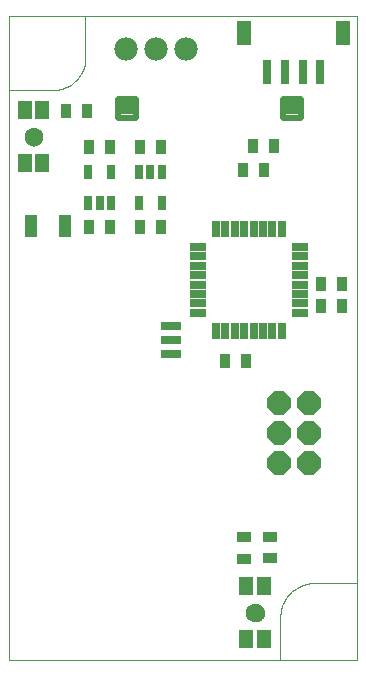
<source format=gts>
G75*
G70*
%OFA0B0*%
%FSLAX24Y24*%
%IPPOS*%
%LPD*%
%AMOC8*
5,1,8,0,0,1.08239X$1,22.5*
%
%ADD10C,0.0000*%
%ADD11R,0.0540X0.0260*%
%ADD12R,0.0260X0.0540*%
%ADD13R,0.0709X0.0316*%
%ADD14R,0.0355X0.0512*%
%ADD15R,0.0257X0.0512*%
%ADD16R,0.0434X0.0749*%
%ADD17OC8,0.0780*%
%ADD18R,0.0512X0.0355*%
%ADD19C,0.0207*%
%ADD20R,0.0473X0.0631*%
%ADD21C,0.0631*%
%ADD22C,0.0780*%
%ADD23R,0.0316X0.0827*%
%ADD24R,0.0473X0.0788*%
D10*
X000373Y000131D02*
X000373Y019127D01*
X001840Y019127D01*
X001903Y019129D01*
X001967Y019134D01*
X002030Y019144D01*
X002092Y019156D01*
X002153Y019173D01*
X002213Y019193D01*
X002273Y019216D01*
X002330Y019243D01*
X002386Y019273D01*
X002440Y019307D01*
X002492Y019343D01*
X002542Y019382D01*
X002589Y019425D01*
X002634Y019470D01*
X002677Y019517D01*
X002716Y019567D01*
X002752Y019619D01*
X002786Y019673D01*
X002816Y019729D01*
X002843Y019786D01*
X002866Y019846D01*
X002886Y019906D01*
X002903Y019967D01*
X002915Y020029D01*
X002925Y020092D01*
X002930Y020156D01*
X002932Y020219D01*
X002932Y021588D01*
X011987Y021588D01*
X011987Y002690D01*
X010554Y002690D01*
X010489Y002688D01*
X010423Y002682D01*
X010358Y002673D01*
X010294Y002660D01*
X010231Y002643D01*
X010169Y002622D01*
X010108Y002598D01*
X010049Y002570D01*
X009991Y002539D01*
X009935Y002505D01*
X009882Y002467D01*
X009830Y002427D01*
X009781Y002383D01*
X009735Y002337D01*
X009691Y002288D01*
X009651Y002236D01*
X009613Y002183D01*
X009579Y002127D01*
X009548Y002069D01*
X009520Y002010D01*
X009496Y001949D01*
X009475Y001887D01*
X009458Y001824D01*
X009445Y001760D01*
X009436Y001695D01*
X009430Y001629D01*
X009428Y001564D01*
X009428Y000131D01*
X000373Y000131D01*
X008298Y001706D02*
X008300Y001740D01*
X008306Y001774D01*
X008316Y001807D01*
X008329Y001838D01*
X008347Y001868D01*
X008367Y001896D01*
X008391Y001921D01*
X008417Y001943D01*
X008445Y001961D01*
X008476Y001977D01*
X008508Y001989D01*
X008542Y001997D01*
X008576Y002001D01*
X008610Y002001D01*
X008644Y001997D01*
X008678Y001989D01*
X008710Y001977D01*
X008740Y001961D01*
X008769Y001943D01*
X008795Y001921D01*
X008819Y001896D01*
X008839Y001868D01*
X008857Y001838D01*
X008870Y001807D01*
X008880Y001774D01*
X008886Y001740D01*
X008888Y001706D01*
X008886Y001672D01*
X008880Y001638D01*
X008870Y001605D01*
X008857Y001574D01*
X008839Y001544D01*
X008819Y001516D01*
X008795Y001491D01*
X008769Y001469D01*
X008741Y001451D01*
X008710Y001435D01*
X008678Y001423D01*
X008644Y001415D01*
X008610Y001411D01*
X008576Y001411D01*
X008542Y001415D01*
X008508Y001423D01*
X008476Y001435D01*
X008445Y001451D01*
X008417Y001469D01*
X008391Y001491D01*
X008367Y001516D01*
X008347Y001544D01*
X008329Y001574D01*
X008316Y001605D01*
X008306Y001638D01*
X008300Y001672D01*
X008298Y001706D01*
X009428Y000131D02*
X011987Y000131D01*
X011987Y002690D01*
X000905Y017572D02*
X000907Y017606D01*
X000913Y017640D01*
X000923Y017673D01*
X000936Y017704D01*
X000954Y017734D01*
X000974Y017762D01*
X000998Y017787D01*
X001024Y017809D01*
X001052Y017827D01*
X001083Y017843D01*
X001115Y017855D01*
X001149Y017863D01*
X001183Y017867D01*
X001217Y017867D01*
X001251Y017863D01*
X001285Y017855D01*
X001317Y017843D01*
X001347Y017827D01*
X001376Y017809D01*
X001402Y017787D01*
X001426Y017762D01*
X001446Y017734D01*
X001464Y017704D01*
X001477Y017673D01*
X001487Y017640D01*
X001493Y017606D01*
X001495Y017572D01*
X001493Y017538D01*
X001487Y017504D01*
X001477Y017471D01*
X001464Y017440D01*
X001446Y017410D01*
X001426Y017382D01*
X001402Y017357D01*
X001376Y017335D01*
X001348Y017317D01*
X001317Y017301D01*
X001285Y017289D01*
X001251Y017281D01*
X001217Y017277D01*
X001183Y017277D01*
X001149Y017281D01*
X001115Y017289D01*
X001083Y017301D01*
X001052Y017317D01*
X001024Y017335D01*
X000998Y017357D01*
X000974Y017382D01*
X000954Y017410D01*
X000936Y017440D01*
X000923Y017471D01*
X000913Y017504D01*
X000907Y017538D01*
X000905Y017572D01*
X000373Y019127D02*
X000373Y021588D01*
X002932Y021588D01*
D11*
X006688Y013901D03*
X006688Y013586D03*
X006688Y013271D03*
X006688Y012956D03*
X006688Y012641D03*
X006688Y012326D03*
X006688Y012011D03*
X006688Y011696D03*
X010068Y011696D03*
X010068Y012011D03*
X010068Y012326D03*
X010068Y012641D03*
X010068Y012956D03*
X010068Y013271D03*
X010068Y013586D03*
X010068Y013901D03*
D12*
X009480Y014489D03*
X009165Y014489D03*
X008850Y014489D03*
X008536Y014489D03*
X008221Y014489D03*
X007906Y014489D03*
X007591Y014489D03*
X007276Y014489D03*
X007276Y011109D03*
X007591Y011109D03*
X007906Y011109D03*
X008221Y011109D03*
X008536Y011109D03*
X008850Y011109D03*
X009165Y011109D03*
X009480Y011109D03*
D13*
X005786Y011264D03*
X005786Y010792D03*
X005786Y010320D03*
D14*
X007578Y010096D03*
X008286Y010096D03*
X010767Y011942D03*
X010767Y012670D03*
X011475Y012670D03*
X011475Y011942D03*
X008877Y016470D03*
X009211Y017257D03*
X008503Y017257D03*
X008168Y016470D03*
X005452Y017218D03*
X004743Y017218D03*
X003759Y017218D03*
X003050Y017218D03*
X002975Y018438D03*
X002267Y018438D03*
X003050Y014560D03*
X003759Y014560D03*
X004743Y014560D03*
X005452Y014560D03*
D15*
X005471Y015367D03*
X004723Y015367D03*
X004723Y016391D03*
X005097Y016391D03*
X005471Y016391D03*
X003778Y016391D03*
X003030Y016391D03*
X003030Y015367D03*
X003404Y015367D03*
X003778Y015367D03*
D16*
X002233Y014580D03*
X001131Y014580D03*
D17*
X009393Y008694D03*
X009393Y007694D03*
X009393Y006694D03*
X010393Y006694D03*
X010393Y007694D03*
X010393Y008694D03*
D18*
X009082Y004229D03*
X009082Y003521D03*
X008219Y003509D03*
X008219Y004218D03*
D19*
X009512Y018207D02*
X009512Y018827D01*
X010132Y018827D01*
X010132Y018207D01*
X009512Y018207D01*
X009512Y018413D02*
X010132Y018413D01*
X010132Y018619D02*
X009512Y018619D01*
X009512Y018825D02*
X010132Y018825D01*
X004620Y018827D02*
X004620Y018207D01*
X004000Y018207D01*
X004000Y018827D01*
X004620Y018827D01*
X004620Y018413D02*
X004000Y018413D01*
X004000Y018619D02*
X004620Y018619D01*
X004620Y018825D02*
X004000Y018825D01*
D20*
X001495Y018458D03*
X000904Y018458D03*
X000904Y016686D03*
X001495Y016686D03*
X008298Y002592D03*
X008889Y002592D03*
X008889Y000820D03*
X008298Y000820D03*
D21*
X008593Y001706D03*
X001200Y017572D03*
D22*
X004294Y020509D03*
X005294Y020509D03*
X006294Y020509D03*
D23*
X008987Y019726D03*
X009578Y019726D03*
X010168Y019726D03*
X010759Y019726D03*
D24*
X011526Y021044D03*
X008219Y021044D03*
M02*

</source>
